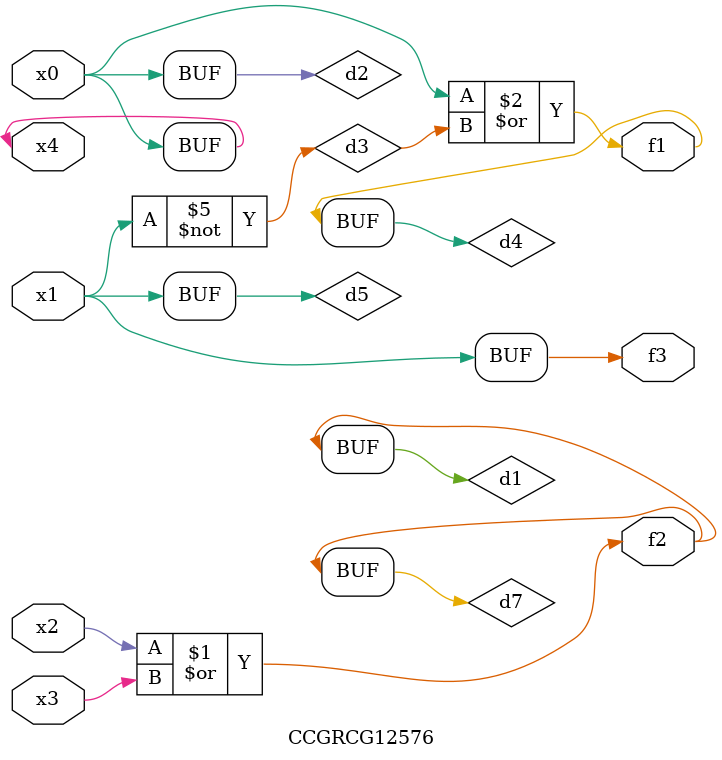
<source format=v>
module CCGRCG12576(
	input x0, x1, x2, x3, x4,
	output f1, f2, f3
);

	wire d1, d2, d3, d4, d5, d6, d7;

	or (d1, x2, x3);
	buf (d2, x0, x4);
	not (d3, x1);
	or (d4, d2, d3);
	not (d5, d3);
	nand (d6, d1, d3);
	or (d7, d1);
	assign f1 = d4;
	assign f2 = d7;
	assign f3 = d5;
endmodule

</source>
